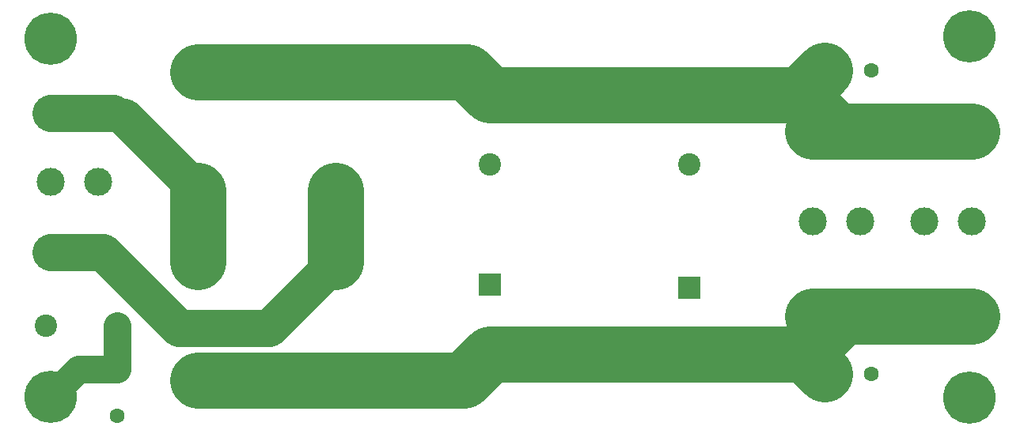
<source format=gbr>
%TF.GenerationSoftware,KiCad,Pcbnew,8.0.5*%
%TF.CreationDate,2024-10-27T20:23:34-04:00*%
%TF.ProjectId,power_supply,706f7765-725f-4737-9570-706c792e6b69,rev?*%
%TF.SameCoordinates,Original*%
%TF.FileFunction,Copper,L1,Top*%
%TF.FilePolarity,Positive*%
%FSLAX46Y46*%
G04 Gerber Fmt 4.6, Leading zero omitted, Abs format (unit mm)*
G04 Created by KiCad (PCBNEW 8.0.5) date 2024-10-27 20:23:34*
%MOMM*%
%LPD*%
G01*
G04 APERTURE LIST*
%TA.AperFunction,ComponentPad*%
%ADD10C,2.400000*%
%TD*%
%TA.AperFunction,ComponentPad*%
%ADD11O,2.400000X2.400000*%
%TD*%
%TA.AperFunction,ComponentPad*%
%ADD12C,3.000000*%
%TD*%
%TA.AperFunction,ComponentPad*%
%ADD13C,1.600000*%
%TD*%
%TA.AperFunction,ComponentPad*%
%ADD14C,5.600000*%
%TD*%
%TA.AperFunction,ComponentPad*%
%ADD15R,2.400000X2.400000*%
%TD*%
%TA.AperFunction,ComponentPad*%
%ADD16R,3.200000X3.200000*%
%TD*%
%TA.AperFunction,ComponentPad*%
%ADD17O,3.200000X3.200000*%
%TD*%
%TA.AperFunction,Conductor*%
%ADD18C,6.000000*%
%TD*%
%TA.AperFunction,Conductor*%
%ADD19C,4.000000*%
%TD*%
%TA.AperFunction,Conductor*%
%ADD20C,3.000000*%
%TD*%
G04 APERTURE END LIST*
D10*
%TO.P,R3,1*%
%TO.N,GND*%
X66819000Y-97028000D03*
D11*
%TO.P,R3,2*%
%TO.N,GNDPWR*%
X74439000Y-97028000D03*
%TD*%
D12*
%TO.P,J6,1,1*%
%TO.N,/V+*%
X148844000Y-76200000D03*
%TO.P,J6,2,2*%
X153924000Y-76200000D03*
%TD*%
%TO.P,J3,1,1*%
%TO.N,GND*%
X160782000Y-85852000D03*
%TO.P,J3,2,2*%
X165862000Y-85852000D03*
%TD*%
%TO.P,J5,1,1*%
%TO.N,/V-*%
X160782000Y-96012000D03*
%TO.P,J5,2,2*%
X165862000Y-96012000D03*
%TD*%
%TO.P,J6,1,1*%
%TO.N,/V+*%
X160782000Y-76200000D03*
%TO.P,J6,2,2*%
X165862000Y-76200000D03*
%TD*%
%TO.P,J4,1,1*%
%TO.N,/AC2*%
X67310000Y-74268000D03*
%TO.P,J4,2,2*%
X72390000Y-74268000D03*
%TD*%
%TO.P,J3,1,1*%
%TO.N,GND*%
X148844000Y-85852000D03*
%TO.P,J3,2,2*%
X153924000Y-85852000D03*
%TD*%
%TO.P,J2,1,1*%
%TO.N,GND*%
X67310000Y-81634000D03*
%TO.P,J2,2,2*%
X72390000Y-81634000D03*
%TD*%
%TO.P,J1,1,1*%
%TO.N,/AC1*%
X67310000Y-89154000D03*
%TO.P,J1,2,2*%
X72390000Y-89154000D03*
%TD*%
D13*
%TO.P,C4,1*%
%TO.N,GND*%
X155092000Y-102164000D03*
%TO.P,C4,2*%
%TO.N,/V-*%
X150092000Y-102164000D03*
%TD*%
D14*
%TO.P,REF\u002A\u002A,1*%
%TO.N,GND*%
X165608000Y-104704000D03*
%TD*%
D10*
%TO.P,C2,2*%
%TO.N,/V-*%
X114300000Y-100076000D03*
D15*
%TO.P,C2,1*%
%TO.N,GND*%
X114300000Y-92576000D03*
%TD*%
D16*
%TO.P,D4,1,K*%
%TO.N,/AC1*%
X97790000Y-90170000D03*
D17*
%TO.P,D4,2,A*%
%TO.N,/V-*%
X97790000Y-102870000D03*
%TD*%
D14*
%TO.P,REF\u002A\u002A,1*%
%TO.N,GND*%
X67310000Y-66294000D03*
%TD*%
D15*
%TO.P,C5,1*%
%TO.N,/V+*%
X135636000Y-72256000D03*
D10*
%TO.P,C5,2*%
%TO.N,GND*%
X135636000Y-79756000D03*
%TD*%
D16*
%TO.P,D3,1,K*%
%TO.N,/V+*%
X83058000Y-69850000D03*
D17*
%TO.P,D3,2,A*%
%TO.N,/AC2*%
X83058000Y-82550000D03*
%TD*%
D14*
%TO.P,REF\u002A\u002A,1*%
%TO.N,GNDPWR*%
X67310000Y-104648000D03*
%TD*%
D15*
%TO.P,C1,1*%
%TO.N,/V+*%
X114300000Y-72256000D03*
D10*
%TO.P,C1,2*%
%TO.N,GND*%
X114300000Y-79756000D03*
%TD*%
D14*
%TO.P,REF\u002A\u002A,1*%
%TO.N,GND*%
X165608000Y-66040000D03*
%TD*%
D13*
%TO.P,C3,1*%
%TO.N,/V+*%
X150092000Y-69652000D03*
%TO.P,C3,2*%
%TO.N,GND*%
X155092000Y-69652000D03*
%TD*%
D15*
%TO.P,C6,1*%
%TO.N,GND*%
X135636000Y-92964000D03*
D10*
%TO.P,C6,2*%
%TO.N,/V-*%
X135636000Y-100464000D03*
%TD*%
D16*
%TO.P,D1,1,K*%
%TO.N,/V+*%
X97790000Y-69850000D03*
D17*
%TO.P,D1,2,A*%
%TO.N,/AC1*%
X97790000Y-82550000D03*
%TD*%
D16*
%TO.P,D2,1,K*%
%TO.N,/AC2*%
X83058000Y-90170000D03*
D17*
%TO.P,D2,2,A*%
%TO.N,/V-*%
X83058000Y-102870000D03*
%TD*%
D12*
%TO.P,J5,2,2*%
%TO.N,/V-*%
X153924000Y-96012000D03*
%TO.P,J5,1,1*%
X148844000Y-96012000D03*
%TD*%
D13*
%TO.P,C7,1*%
%TO.N,GND*%
X74422000Y-106640000D03*
%TO.P,C7,2*%
%TO.N,GNDPWR*%
X74422000Y-101640000D03*
%TD*%
D18*
%TO.N,/AC2*%
X83058000Y-90170000D02*
X83058000Y-82550000D01*
D19*
X67310000Y-74268000D02*
X74014000Y-74268000D01*
%TO.N,/AC1*%
X81026000Y-97282000D02*
X90678000Y-97282000D01*
X72898000Y-89154000D02*
X81026000Y-97282000D01*
X67310000Y-89154000D02*
X72898000Y-89154000D01*
X90678000Y-97282000D02*
X97790000Y-90170000D01*
D20*
%TO.N,GNDPWR*%
X70318000Y-101640000D02*
X67310000Y-104648000D01*
X74422000Y-101640000D02*
X70318000Y-101640000D01*
X74422000Y-101640000D02*
X74439000Y-101623000D01*
X74439000Y-97028000D02*
X74439000Y-101623000D01*
D18*
%TO.N,/V-*%
X97790000Y-102870000D02*
X111506000Y-102870000D01*
%TO.N,/V+*%
X97790000Y-69850000D02*
X111894000Y-69850000D01*
X153924000Y-76200000D02*
X148844000Y-76200000D01*
%TO.N,/V-*%
X153924000Y-96012000D02*
X148844000Y-96012000D01*
X152068000Y-96012000D02*
X165862000Y-96012000D01*
X148004000Y-100076000D02*
X152068000Y-96012000D01*
%TO.N,/V+*%
X151432000Y-76200000D02*
X165862000Y-76200000D01*
X147488000Y-72256000D02*
X151432000Y-76200000D01*
X147488000Y-72256000D02*
X150092000Y-69652000D01*
X114300000Y-72256000D02*
X147488000Y-72256000D01*
%TO.N,/V-*%
X148004000Y-100076000D02*
X150092000Y-102164000D01*
X114300000Y-100076000D02*
X148004000Y-100076000D01*
%TO.N,/V+*%
X83058000Y-69850000D02*
X97790000Y-69850000D01*
X111894000Y-69850000D02*
X114300000Y-72256000D01*
%TO.N,/V-*%
X111506000Y-102870000D02*
X114300000Y-100076000D01*
X83058000Y-102870000D02*
X97790000Y-102870000D01*
%TO.N,/AC1*%
X97790000Y-90170000D02*
X97790000Y-82550000D01*
D19*
%TO.N,/AC2*%
X75184000Y-74676000D02*
X83058000Y-82550000D01*
%TD*%
M02*

</source>
